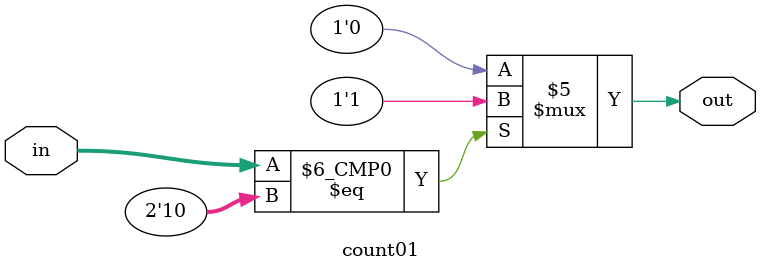
<source format=sv>
module counter_A(
		input  [8:0] in,
		output logic [3:0] out
		);
		
	logic [7:0] o;
	counter count(
		.in(o),
		.out(out));



	genvar i;
	generate
		 for (i=0; i<7; i=i+1) begin : count_blocks
		 count01 c(
			.in	(in[i+1:i]),
			.out	(o[i]));
		end 
	endgenerate

endmodule

module count01(
		input  [1:0] in,
		output logic  out
		);
always_comb
	case(in)
			2'b10 : out = 1;
			2'bx0 : out = 0;
			2'b11 : out = 0;
			default : out = 0;
	endcase

endmodule

</source>
